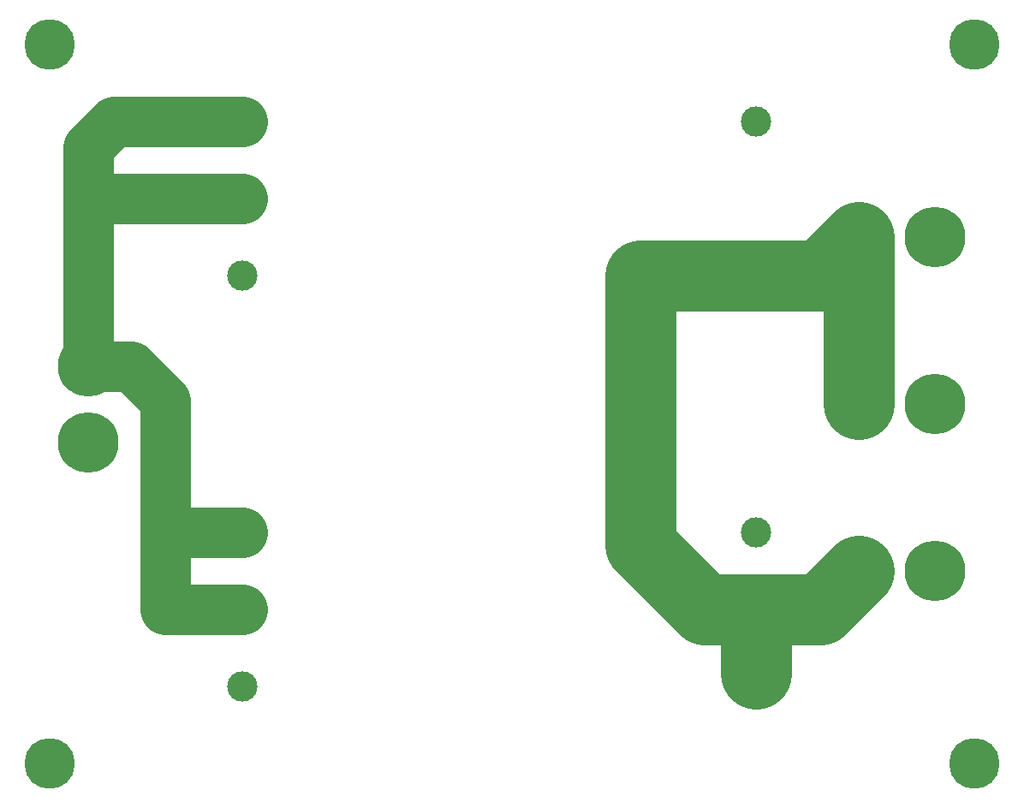
<source format=gbl>
G04 #@! TF.GenerationSoftware,KiCad,Pcbnew,(5.0.0)*
G04 #@! TF.CreationDate,2018-11-06T14:57:09-07:00*
G04 #@! TF.ProjectId,PDU-Board,5044552D426F6172642E6B696361645F,rev?*
G04 #@! TF.SameCoordinates,Original*
G04 #@! TF.FileFunction,Copper,L2,Bot,Signal*
G04 #@! TF.FilePolarity,Positive*
%FSLAX46Y46*%
G04 Gerber Fmt 4.6, Leading zero omitted, Abs format (unit mm)*
G04 Created by KiCad (PCBNEW (5.0.0)) date 11/06/18 14:57:09*
%MOMM*%
%LPD*%
G01*
G04 APERTURE LIST*
G04 #@! TA.AperFunction,ComponentPad*
%ADD10C,6.000000*%
G04 #@! TD*
G04 #@! TA.AperFunction,ComponentPad*
%ADD11C,3.000000*%
G04 #@! TD*
G04 #@! TA.AperFunction,ComponentPad*
%ADD12C,5.000000*%
G04 #@! TD*
G04 #@! TA.AperFunction,Conductor*
%ADD13C,7.000000*%
G04 #@! TD*
G04 #@! TA.AperFunction,Conductor*
%ADD14C,5.000000*%
G04 #@! TD*
G04 APERTURE END LIST*
D10*
G04 #@! TO.P,J0,2*
G04 #@! TO.N,48v-Gnd*
X101600000Y-104260000D03*
G04 #@! TO.P,J0,1*
G04 #@! TO.N,Net-(30A1-Pad1)*
X101600000Y-111760000D03*
G04 #@! TD*
G04 #@! TO.P,J1,1*
G04 #@! TO.N,12v*
X177800000Y-91440000D03*
G04 #@! TO.P,J1,2*
G04 #@! TO.N,12v-Gnd*
X185300000Y-91440000D03*
G04 #@! TD*
G04 #@! TO.P,J2,2*
G04 #@! TO.N,12v-Gnd*
X185300000Y-124460000D03*
G04 #@! TO.P,J2,1*
G04 #@! TO.N,12v*
X177800000Y-124460000D03*
G04 #@! TD*
G04 #@! TO.P,J3,1*
G04 #@! TO.N,12v*
X177800000Y-107950000D03*
G04 #@! TO.P,J3,2*
G04 #@! TO.N,12v-Gnd*
X185300000Y-107950000D03*
G04 #@! TD*
D11*
G04 #@! TO.P,U0,2*
G04 #@! TO.N,48v-Gnd*
X116840000Y-87630000D03*
G04 #@! TO.P,U0,5*
G04 #@! TO.N,12v*
X167640000Y-95250000D03*
G04 #@! TO.P,U0,4*
G04 #@! TO.N,12v-Gnd*
X167640000Y-80010000D03*
G04 #@! TO.P,U0,3*
G04 #@! TO.N,48v-Gnd*
X116840000Y-80010000D03*
G04 #@! TO.P,U0,1*
G04 #@! TO.N,48v*
X116840000Y-95250000D03*
G04 #@! TD*
G04 #@! TO.P,U1,1*
G04 #@! TO.N,48v*
X116840000Y-135890000D03*
G04 #@! TO.P,U1,3*
G04 #@! TO.N,48v-Gnd*
X116840000Y-120650000D03*
G04 #@! TO.P,U1,4*
G04 #@! TO.N,12v-Gnd*
X167640000Y-120650000D03*
G04 #@! TO.P,U1,5*
G04 #@! TO.N,12v*
X167640000Y-135890000D03*
G04 #@! TO.P,U1,2*
G04 #@! TO.N,48v-Gnd*
X116840000Y-128270000D03*
G04 #@! TD*
D12*
G04 #@! TO.P,REF\002A\002A,1*
G04 #@! TO.N,N/C*
X97790000Y-72390000D03*
G04 #@! TD*
G04 #@! TO.P,REF\002A\002A,1*
G04 #@! TO.N,N/C*
X97790000Y-143510000D03*
G04 #@! TD*
G04 #@! TO.P,REF\002A\002A,1*
G04 #@! TO.N,N/C*
X189230000Y-143510000D03*
G04 #@! TD*
G04 #@! TO.P,REF\002A\002A,1*
G04 #@! TO.N,N/C*
X189230000Y-72390000D03*
G04 #@! TD*
D13*
G04 #@! TO.N,12v*
X173990000Y-95250000D02*
X177800000Y-91440000D01*
X167640000Y-95250000D02*
X173990000Y-95250000D01*
X177800000Y-107950000D02*
X177800000Y-91440000D01*
X173990000Y-128270000D02*
X177800000Y-124460000D01*
X156210000Y-121920000D02*
X162560000Y-128270000D01*
X167640000Y-95250000D02*
X156210000Y-95250000D01*
X156210000Y-95250000D02*
X156210000Y-121920000D01*
X167640000Y-128270000D02*
X173990000Y-128270000D01*
X162560000Y-128270000D02*
X167640000Y-128270000D01*
X167640000Y-134620000D02*
X167640000Y-128270000D01*
D14*
G04 #@! TO.N,48v-Gnd*
X116840000Y-87630000D02*
X115570000Y-87630000D01*
X116840000Y-80010000D02*
X114300000Y-80010000D01*
X116840000Y-128270000D02*
X114300000Y-128270000D01*
X116840000Y-120650000D02*
X114718680Y-120650000D01*
X104140000Y-80010000D02*
X114300000Y-80010000D01*
X101600000Y-82550000D02*
X104140000Y-80010000D01*
X116840000Y-87630000D02*
X101600000Y-87630000D01*
X101600000Y-104260000D02*
X101600000Y-87630000D01*
X101600000Y-87630000D02*
X101600000Y-82550000D01*
X109220000Y-128270000D02*
X116840000Y-128270000D01*
X101600000Y-104260000D02*
X105842640Y-104260000D01*
X105842640Y-104260000D02*
X109220000Y-107637360D01*
X116840000Y-120650000D02*
X109220000Y-120650000D01*
X109220000Y-107637360D02*
X109220000Y-120650000D01*
X109220000Y-120650000D02*
X109220000Y-128270000D01*
G04 #@! TD*
M02*

</source>
